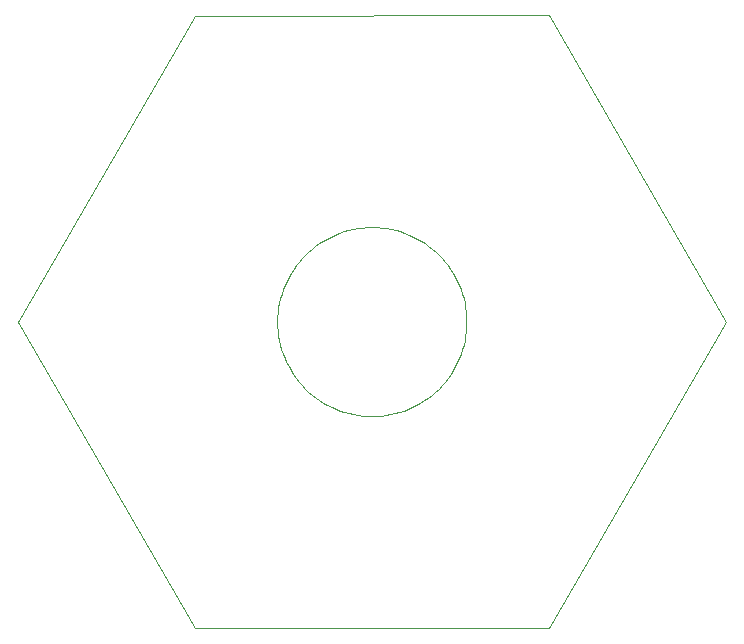
<source format=gbr>
G04 #@! TF.GenerationSoftware,KiCad,Pcbnew,5.1.5+dfsg1-2build2*
G04 #@! TF.CreationDate,2021-04-12T21:21:20-04:00*
G04 #@! TF.ProjectId,wheat_tile,77686561-745f-4746-996c-652e6b696361,rev?*
G04 #@! TF.SameCoordinates,Original*
G04 #@! TF.FileFunction,Profile,NP*
%FSLAX46Y46*%
G04 Gerber Fmt 4.6, Leading zero omitted, Abs format (unit mm)*
G04 Created by KiCad (PCBNEW 5.1.5+dfsg1-2build2) date 2021-04-12 21:21:20*
%MOMM*%
%LPD*%
G04 APERTURE LIST*
%ADD10C,0.100000*%
G04 APERTURE END LIST*
D10*
X14980100Y-25922800D02*
X-14959600Y-25934600D01*
X-14959600Y-25934600D02*
X-29939700Y-12000D01*
X-29939700Y-12000D02*
X-14980100Y25922400D01*
X-14980100Y25922400D02*
X14959600Y25934200D01*
X14959600Y25934200D02*
X29939700Y11600D01*
X29939700Y11600D02*
X14980100Y-25922800D01*
X14980100Y-25922800D02*
X14980100Y-25922800D01*
X8005500Y-200D02*
X7995700Y-397100D01*
X7995700Y-397100D02*
X7966400Y-791400D01*
X7966400Y-791400D02*
X7917800Y-1182300D01*
X7917800Y-1182300D02*
X7850300Y-1569300D01*
X7850300Y-1569300D02*
X7764100Y-1951500D01*
X7764100Y-1951500D02*
X7659500Y-2328500D01*
X7659500Y-2328500D02*
X7536700Y-2699400D01*
X7536700Y-2699400D02*
X7396100Y-3063800D01*
X7396100Y-3063800D02*
X7237900Y-3420800D01*
X7237900Y-3420800D02*
X7062400Y-3769900D01*
X7062400Y-3769900D02*
X6869900Y-4110400D01*
X6869900Y-4110400D02*
X6660500Y-4441600D01*
X6660500Y-4441600D02*
X6434600Y-4763000D01*
X6434600Y-4763000D02*
X6192600Y-5073700D01*
X6192600Y-5073700D02*
X5934500Y-5373300D01*
X5934500Y-5373300D02*
X5660800Y-5660900D01*
X5660800Y-5660900D02*
X5373100Y-5934700D01*
X5373100Y-5934700D02*
X5073600Y-6192700D01*
X5073600Y-6192700D02*
X4762800Y-6434800D01*
X4762800Y-6434800D02*
X4441500Y-6660700D01*
X4441500Y-6660700D02*
X4110200Y-6870000D01*
X4110200Y-6870000D02*
X3769700Y-7062600D01*
X3769700Y-7062600D02*
X3420600Y-7238100D01*
X3420600Y-7238100D02*
X3063600Y-7396300D01*
X3063600Y-7396300D02*
X2699300Y-7536900D01*
X2699300Y-7536900D02*
X2328300Y-7659700D01*
X2328300Y-7659700D02*
X1951400Y-7764300D01*
X1951400Y-7764300D02*
X1569100Y-7850500D01*
X1569100Y-7850500D02*
X1182200Y-7918000D01*
X1182200Y-7918000D02*
X791200Y-7966500D01*
X791200Y-7966500D02*
X397000Y-7995900D01*
X397000Y-7995900D02*
X0Y-8005700D01*
X0Y-8005700D02*
X-397000Y-7995900D01*
X-397000Y-7995900D02*
X-791200Y-7966500D01*
X-791200Y-7966500D02*
X-1182200Y-7918000D01*
X-1182200Y-7918000D02*
X-1569100Y-7850500D01*
X-1569100Y-7850500D02*
X-1951400Y-7764300D01*
X-1951400Y-7764300D02*
X-2328300Y-7659700D01*
X-2328300Y-7659700D02*
X-2699300Y-7536900D01*
X-2699300Y-7536900D02*
X-3063600Y-7396300D01*
X-3063600Y-7396300D02*
X-3420600Y-7238100D01*
X-3420600Y-7238100D02*
X-3769700Y-7062600D01*
X-3769700Y-7062600D02*
X-4110200Y-6870000D01*
X-4110200Y-6870000D02*
X-4441500Y-6660700D01*
X-4441500Y-6660700D02*
X-4762800Y-6434800D01*
X-4762800Y-6434800D02*
X-5073600Y-6192700D01*
X-5073600Y-6192700D02*
X-5373100Y-5934700D01*
X-5373100Y-5934700D02*
X-5660800Y-5660900D01*
X-5660800Y-5660900D02*
X-5934500Y-5373300D01*
X-5934500Y-5373300D02*
X-6192600Y-5073700D01*
X-6192600Y-5073700D02*
X-6434600Y-4763000D01*
X-6434600Y-4763000D02*
X-6660500Y-4441600D01*
X-6660500Y-4441600D02*
X-6869900Y-4110400D01*
X-6869900Y-4110400D02*
X-7062400Y-3769900D01*
X-7062400Y-3769900D02*
X-7237900Y-3420800D01*
X-7237900Y-3420800D02*
X-7396100Y-3063800D01*
X-7396100Y-3063800D02*
X-7536700Y-2699400D01*
X-7536700Y-2699400D02*
X-7659500Y-2328500D01*
X-7659500Y-2328500D02*
X-7764100Y-1951500D01*
X-7764100Y-1951500D02*
X-7850300Y-1569300D01*
X-7850300Y-1569300D02*
X-7917800Y-1182300D01*
X-7917800Y-1182300D02*
X-7966400Y-791400D01*
X-7966400Y-791400D02*
X-7995700Y-397100D01*
X-7995700Y-397100D02*
X-8005500Y-200D01*
X-8005500Y-200D02*
X-7995100Y411800D01*
X-7995100Y411800D02*
X-7964200Y818300D01*
X-7964200Y818300D02*
X-7913300Y1219000D01*
X-7913300Y1219000D02*
X-7842900Y1613200D01*
X-7842900Y1613200D02*
X-7753500Y2000500D01*
X-7753500Y2000500D02*
X-7645600Y2380400D01*
X-7645600Y2380400D02*
X-7519800Y2752400D01*
X-7519800Y2752400D02*
X-7376400Y3115900D01*
X-7376400Y3115900D02*
X-7216100Y3470600D01*
X-7216100Y3470600D02*
X-7039300Y3815700D01*
X-7039300Y3815700D02*
X-6846500Y4151000D01*
X-6846500Y4151000D02*
X-6638300Y4475800D01*
X-6638300Y4475800D02*
X-6415100Y4789700D01*
X-6415100Y4789700D02*
X-6177500Y5092100D01*
X-6177500Y5092100D02*
X-5925800Y5382600D01*
X-5925800Y5382600D02*
X-5660800Y5660600D01*
X-5660800Y5660600D02*
X-5382700Y5925700D01*
X-5382700Y5925700D02*
X-5092300Y6177300D01*
X-5092300Y6177300D02*
X-4789800Y6414900D01*
X-4789800Y6414900D02*
X-4476000Y6638100D01*
X-4476000Y6638100D02*
X-4151200Y6846400D01*
X-4151200Y6846400D02*
X-3815900Y7039100D01*
X-3815900Y7039100D02*
X-3470700Y7215900D01*
X-3470700Y7215900D02*
X-3116100Y7376200D01*
X-3116100Y7376200D02*
X-2752600Y7519600D01*
X-2752600Y7519600D02*
X-2380600Y7645400D01*
X-2380600Y7645400D02*
X-2000700Y7753300D01*
X-2000700Y7753300D02*
X-1613400Y7842700D01*
X-1613400Y7842700D02*
X-1219200Y7913100D01*
X-1219200Y7913100D02*
X-818500Y7964000D01*
X-818500Y7964000D02*
X-412000Y7994900D01*
X-412000Y7994900D02*
X0Y8005300D01*
X0Y8005300D02*
X412000Y7994900D01*
X412000Y7994900D02*
X818500Y7964000D01*
X818500Y7964000D02*
X1219200Y7913100D01*
X1219200Y7913100D02*
X1613400Y7842700D01*
X1613400Y7842700D02*
X2000700Y7753300D01*
X2000700Y7753300D02*
X2380600Y7645400D01*
X2380600Y7645400D02*
X2752600Y7519600D01*
X2752600Y7519600D02*
X3116100Y7376200D01*
X3116100Y7376200D02*
X3470700Y7215900D01*
X3470700Y7215900D02*
X3815900Y7039100D01*
X3815900Y7039100D02*
X4151200Y6846400D01*
X4151200Y6846400D02*
X4476000Y6638100D01*
X4476000Y6638100D02*
X4789800Y6414900D01*
X4789800Y6414900D02*
X5092300Y6177300D01*
X5092300Y6177300D02*
X5382700Y5925700D01*
X5382700Y5925700D02*
X5660800Y5660600D01*
X5660800Y5660600D02*
X5925800Y5382600D01*
X5925800Y5382600D02*
X6177500Y5092100D01*
X6177500Y5092100D02*
X6415100Y4789700D01*
X6415100Y4789700D02*
X6638300Y4475800D01*
X6638300Y4475800D02*
X6846500Y4151000D01*
X6846500Y4151000D02*
X7039300Y3815700D01*
X7039300Y3815700D02*
X7216100Y3470600D01*
X7216100Y3470600D02*
X7376400Y3115900D01*
X7376400Y3115900D02*
X7519800Y2752400D01*
X7519800Y2752400D02*
X7645600Y2380400D01*
X7645600Y2380400D02*
X7753500Y2000500D01*
X7753500Y2000500D02*
X7842900Y1613200D01*
X7842900Y1613200D02*
X7913300Y1219000D01*
X7913300Y1219000D02*
X7964200Y818300D01*
X7964200Y818300D02*
X7995100Y411800D01*
X7995100Y411800D02*
X8005500Y-200D01*
X8005500Y-200D02*
X8005500Y-200D01*
X8005500Y-200D02*
X8005500Y-200D01*
M02*

</source>
